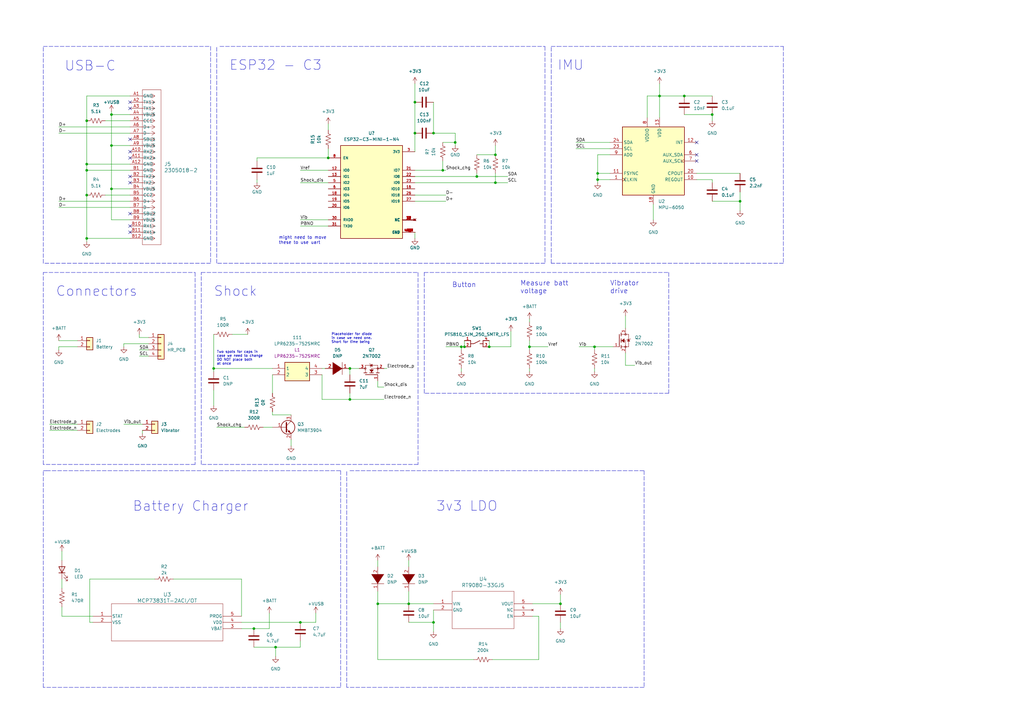
<source format=kicad_sch>
(kicad_sch (version 20231120) (generator "eeschema") (generator_version "8.0")
  (paper "A3")
  (junction (at 45.72 59.69))
  (junction (at 35.56 69.85))
  (junction (at 200.66 142.24))
  (junction (at 190.5 142.24))
  (junction (at 177.8 54.61))
  (junction (at 186.69 58.42))
  (junction (at 167.64 247.65))
  (junction (at 181.61 69.85))
  (junction (at 45.72 77.47))
  (junction (at 177.8 255.27))
  (junction (at 243.84 142.24))
  (junction (at 245.11 71.12))
  (junction (at 45.72 46.99))
  (junction (at 35.56 67.31))
  (junction (at 189.23 142.24))
  (junction (at 303.53 82.55))
  (junction (at 35.56 97.79))
  (junction (at 292.1 46.99))
  (junction (at 270.51 39.37))
  (junction (at 113.03 265.43))
  (junction (at 195.58 72.39))
  (junction (at 104.14 257.81))
  (junction (at 123.19 255.27))
  (junction (at 203.2 74.93))
  (junction (at 245.11 73.66))
  (junction (at 280.67 39.37))
  (junction (at 87.63 151.13))
  (junction (at 143.51 163.83))
  (junction (at 170.18 54.61))
  (junction (at 170.18 41.91))
  (junction (at 203.2 63.5))
  (junction (at 35.56 80.01))
  (junction (at 35.56 49.53))
  (junction (at 217.17 142.24))
  (junction (at 134.62 64.77))
  (junction (at 154.94 247.65))
  (junction (at 229.87 247.65))
  (junction (at 143.51 151.13))
  (no_connect (at 53.34 74.93))
  (no_connect (at 285.75 58.42))
  (no_connect (at 53.34 64.77))
  (no_connect (at 285.75 66.04))
  (no_connect (at 53.34 57.15))
  (no_connect (at 53.34 62.23))
  (no_connect (at 53.34 72.39))
  (no_connect (at 53.34 95.25))
  (no_connect (at 285.75 63.5))
  (no_connect (at 53.34 92.71))
  (no_connect (at 53.34 41.91))
  (no_connect (at 53.34 87.63))
  (no_connect (at 53.34 44.45))
  (wire (pts (xy 36.83 255.27) (xy 36.83 237.49)))
  (wire (pts (xy 111.76 170.18) (xy 119.38 170.18)))
  (wire (pts (xy 270.51 39.37) (xy 280.67 39.37)))
  (polyline (pts (xy 82.55 190.5) (xy 82.55 111.76)) (stroke (width 0) (type dash)))
  (wire (pts (xy 229.87 243.84) (xy 229.87 247.65)))
  (wire (pts (xy 123.19 74.93) (xy 134.62 74.93)))
  (polyline (pts (xy 171.45 111.76) (xy 171.45 190.5)) (stroke (width 0) (type dash)))
  (wire (pts (xy 35.56 67.31) (xy 35.56 69.85)))
  (wire (pts (xy 31.75 142.24) (xy 24.13 142.24)))
  (wire (pts (xy 243.84 151.13) (xy 243.84 152.4)))
  (wire (pts (xy 250.19 71.12) (xy 245.11 71.12)))
  (wire (pts (xy 303.53 78.74) (xy 303.53 82.55)))
  (wire (pts (xy 256.54 129.54) (xy 256.54 134.62)))
  (wire (pts (xy 53.34 39.37) (xy 35.56 39.37)))
  (wire (pts (xy 87.63 151.13) (xy 111.76 151.13)))
  (wire (pts (xy 143.51 161.29) (xy 143.51 163.83)))
  (wire (pts (xy 24.13 82.55) (xy 53.34 82.55)))
  (wire (pts (xy 143.51 151.13) (xy 143.51 153.67)))
  (polyline (pts (xy 17.78 107.95) (xy 17.78 19.05)) (stroke (width 0) (type dash)))
  (wire (pts (xy 170.18 69.85) (xy 181.61 69.85)))
  (polyline (pts (xy 86.36 107.95) (xy 17.78 107.95)) (stroke (width 0) (type dash)))
  (polyline (pts (xy 139.7 281.94) (xy 17.78 281.94)) (stroke (width 0) (type dash)))
  (wire (pts (xy 270.51 34.29) (xy 270.51 39.37)))
  (wire (pts (xy 24.13 85.09) (xy 53.34 85.09)))
  (wire (pts (xy 38.1 255.27) (xy 36.83 255.27)))
  (wire (pts (xy 170.18 34.29) (xy 170.18 41.91)))
  (wire (pts (xy 154.94 242.57) (xy 154.94 247.65)))
  (polyline (pts (xy 139.7 193.04) (xy 139.7 281.94)) (stroke (width 0) (type dash)))
  (wire (pts (xy 170.18 41.91) (xy 170.18 54.61)))
  (wire (pts (xy 24.13 54.61) (xy 53.34 54.61)))
  (wire (pts (xy 177.8 255.27) (xy 177.8 259.08)))
  (wire (pts (xy 217.17 130.81) (xy 217.17 132.08)))
  (wire (pts (xy 57.15 137.16) (xy 57.15 138.43)))
  (polyline (pts (xy 82.55 111.76) (xy 171.45 111.76)) (stroke (width 0) (type dash)))
  (wire (pts (xy 105.41 64.77) (xy 134.62 64.77)))
  (wire (pts (xy 45.72 45.72) (xy 45.72 46.99)))
  (wire (pts (xy 35.56 49.53) (xy 35.56 67.31)))
  (polyline (pts (xy 226.06 107.95) (xy 226.06 19.05)) (stroke (width 0) (type dash)))
  (wire (pts (xy 189.23 143.51) (xy 189.23 142.24)))
  (wire (pts (xy 203.2 71.12) (xy 203.2 74.93)))
  (polyline (pts (xy 173.99 111.76) (xy 274.32 111.76)) (stroke (width 0) (type dash)))
  (wire (pts (xy 229.87 255.27) (xy 229.87 257.81)))
  (wire (pts (xy 186.69 58.42) (xy 186.69 59.69)))
  (wire (pts (xy 170.18 74.93) (xy 203.2 74.93)))
  (polyline (pts (xy 17.78 111.76) (xy 80.01 111.76)) (stroke (width 0) (type dash)))
  (wire (pts (xy 104.14 257.81) (xy 110.49 257.81)))
  (wire (pts (xy 182.88 142.24) (xy 189.23 142.24)))
  (wire (pts (xy 87.63 160.02) (xy 87.63 166.37)))
  (polyline (pts (xy 223.52 19.05) (xy 223.52 107.95)) (stroke (width 0) (type dash)))
  (wire (pts (xy 123.19 92.71) (xy 134.62 92.71)))
  (wire (pts (xy 217.17 142.24) (xy 217.17 143.51)))
  (polyline (pts (xy 274.32 161.29) (xy 173.99 161.29)) (stroke (width 0) (type dash)))
  (wire (pts (xy 45.72 90.17) (xy 45.72 77.47)))
  (wire (pts (xy 256.54 144.78) (xy 256.54 149.86)))
  (wire (pts (xy 181.61 58.42) (xy 186.69 58.42)))
  (wire (pts (xy 167.64 242.57) (xy 167.64 247.65)))
  (wire (pts (xy 60.96 140.97) (xy 50.8 140.97)))
  (polyline (pts (xy 17.78 193.04) (xy 19.05 193.04)) (stroke (width 0) (type dash)))
  (wire (pts (xy 236.22 60.96) (xy 250.19 60.96)))
  (wire (pts (xy 181.61 66.04) (xy 181.61 69.85)))
  (wire (pts (xy 35.56 67.31) (xy 53.34 67.31)))
  (wire (pts (xy 132.08 151.13) (xy 133.35 151.13)))
  (wire (pts (xy 189.23 151.13) (xy 189.23 152.4)))
  (wire (pts (xy 292.1 82.55) (xy 303.53 82.55)))
  (wire (pts (xy 245.11 73.66) (xy 245.11 74.93)))
  (wire (pts (xy 170.18 95.25) (xy 170.18 97.79)))
  (wire (pts (xy 218.44 247.65) (xy 229.87 247.65)))
  (wire (pts (xy 24.13 139.7) (xy 31.75 139.7)))
  (wire (pts (xy 24.13 142.24) (xy 24.13 143.51)))
  (wire (pts (xy 35.56 97.79) (xy 35.56 99.06)))
  (wire (pts (xy 245.11 73.66) (xy 250.19 73.66)))
  (wire (pts (xy 154.94 270.51) (xy 154.94 247.65)))
  (wire (pts (xy 220.98 252.73) (xy 218.44 252.73)))
  (wire (pts (xy 53.34 90.17) (xy 45.72 90.17)))
  (wire (pts (xy 57.15 143.51) (xy 60.96 143.51)))
  (polyline (pts (xy 228.6 19.05) (xy 321.31 19.05)) (stroke (width 0) (type dash)))
  (wire (pts (xy 265.43 39.37) (xy 270.51 39.37)))
  (wire (pts (xy 99.06 252.73) (xy 99.06 237.49)))
  (wire (pts (xy 220.98 270.51) (xy 220.98 252.73)))
  (wire (pts (xy 245.11 63.5) (xy 245.11 71.12)))
  (wire (pts (xy 99.06 237.49) (xy 71.12 237.49)))
  (wire (pts (xy 154.94 158.75) (xy 157.48 158.75)))
  (wire (pts (xy 45.72 77.47) (xy 53.34 77.47)))
  (wire (pts (xy 195.58 72.39) (xy 208.28 72.39)))
  (wire (pts (xy 167.64 229.87) (xy 167.64 232.41)))
  (polyline (pts (xy 142.24 281.94) (xy 142.24 193.04)) (stroke (width 0) (type dash)))
  (wire (pts (xy 35.56 69.85) (xy 53.34 69.85)))
  (wire (pts (xy 105.41 73.66) (xy 105.41 74.93)))
  (wire (pts (xy 203.2 74.93) (xy 208.28 74.93)))
  (wire (pts (xy 110.49 251.46) (xy 110.49 257.81)))
  (wire (pts (xy 237.49 142.24) (xy 243.84 142.24)))
  (wire (pts (xy 143.51 151.13) (xy 147.32 151.13)))
  (wire (pts (xy 57.15 146.05) (xy 60.96 146.05)))
  (wire (pts (xy 119.38 180.34) (xy 119.38 182.88)))
  (wire (pts (xy 170.18 82.55) (xy 182.88 82.55)))
  (wire (pts (xy 24.13 52.07) (xy 53.34 52.07)))
  (wire (pts (xy 243.84 143.51) (xy 243.84 142.24)))
  (wire (pts (xy 270.51 39.37) (xy 270.51 48.26)))
  (wire (pts (xy 285.75 71.12) (xy 303.53 71.12)))
  (wire (pts (xy 256.54 149.86) (xy 260.35 149.86)))
  (wire (pts (xy 303.53 82.55) (xy 303.53 86.36)))
  (wire (pts (xy 45.72 46.99) (xy 45.72 59.69)))
  (wire (pts (xy 99.06 257.81) (xy 104.14 257.81)))
  (wire (pts (xy 154.94 229.87) (xy 154.94 232.41)))
  (wire (pts (xy 20.32 173.99) (xy 31.75 173.99)))
  (wire (pts (xy 177.8 41.91) (xy 177.8 54.61)))
  (wire (pts (xy 190.5 139.7) (xy 190.5 142.24)))
  (wire (pts (xy 20.32 176.53) (xy 31.75 176.53)))
  (wire (pts (xy 57.15 138.43) (xy 60.96 138.43)))
  (polyline (pts (xy 264.16 281.94) (xy 142.24 281.94)) (stroke (width 0) (type dash)))
  (wire (pts (xy 50.8 173.99) (xy 58.42 173.99)))
  (wire (pts (xy 167.64 247.65) (xy 154.94 247.65)))
  (polyline (pts (xy 88.9 107.95) (xy 88.9 19.05)) (stroke (width 0) (type dash)))
  (wire (pts (xy 177.8 54.61) (xy 186.69 54.61)))
  (wire (pts (xy 134.62 60.96) (xy 134.62 64.77)))
  (wire (pts (xy 123.19 265.43) (xy 123.19 262.89)))
  (wire (pts (xy 132.08 163.83) (xy 143.51 163.83)))
  (wire (pts (xy 113.03 265.43) (xy 113.03 269.24)))
  (polyline (pts (xy 264.16 193.04) (xy 264.16 281.94)) (stroke (width 0) (type dash)))
  (polyline (pts (xy 223.52 107.95) (xy 88.9 107.95)) (stroke (width 0) (type dash)))
  (wire (pts (xy 157.48 151.13) (xy 158.75 151.13)))
  (wire (pts (xy 111.76 153.67) (xy 111.76 161.29)))
  (wire (pts (xy 132.08 153.67) (xy 132.08 163.83)))
  (wire (pts (xy 53.34 59.69) (xy 45.72 59.69)))
  (wire (pts (xy 170.18 72.39) (xy 195.58 72.39)))
  (wire (pts (xy 177.8 250.19) (xy 177.8 255.27)))
  (wire (pts (xy 201.93 270.51) (xy 220.98 270.51)))
  (wire (pts (xy 105.41 64.77) (xy 105.41 66.04)))
  (polyline (pts (xy 143.51 193.04) (xy 264.16 193.04)) (stroke (width 0) (type dash)))
  (wire (pts (xy 203.2 59.69) (xy 203.2 63.5)))
  (wire (pts (xy 43.18 49.53) (xy 53.34 49.53)))
  (polyline (pts (xy 80.01 111.76) (xy 80.01 190.5)) (stroke (width 0) (type dash)))
  (polyline (pts (xy 80.01 190.5) (xy 17.78 190.5)) (stroke (width 0) (type dash)))
  (wire (pts (xy 189.23 142.24) (xy 190.5 142.24)))
  (wire (pts (xy 25.4 252.73) (xy 38.1 252.73)))
  (wire (pts (xy 154.94 156.21) (xy 154.94 158.75)))
  (wire (pts (xy 285.75 73.66) (xy 292.1 73.66)))
  (wire (pts (xy 101.6 137.16) (xy 95.25 137.16)))
  (wire (pts (xy 53.34 46.99) (xy 45.72 46.99)))
  (wire (pts (xy 99.06 255.27) (xy 123.19 255.27)))
  (wire (pts (xy 123.19 90.17) (xy 134.62 90.17)))
  (wire (pts (xy 267.97 83.82) (xy 267.97 90.17)))
  (polyline (pts (xy 321.31 19.05) (xy 321.31 107.95)) (stroke (width 0) (type dash)))
  (polyline (pts (xy 173.99 161.29) (xy 173.99 111.76)) (stroke (width 0) (type dash)))
  (wire (pts (xy 123.19 69.85) (xy 134.62 69.85)))
  (wire (pts (xy 87.63 137.16) (xy 87.63 151.13)))
  (polyline (pts (xy 171.45 190.5) (xy 82.55 190.5)) (stroke (width 0) (type dash)))
  (wire (pts (xy 58.42 176.53) (xy 58.42 177.8)))
  (polyline (pts (xy 17.78 19.05) (xy 86.36 19.05)) (stroke (width 0) (type dash)))
  (polyline (pts (xy 226.06 19.05) (xy 228.6 19.05)) (stroke (width 0) (type dash)))
  (wire (pts (xy 217.17 151.13) (xy 217.17 152.4)))
  (wire (pts (xy 217.17 139.7) (xy 217.17 142.24)))
  (wire (pts (xy 280.67 39.37) (xy 292.1 39.37)))
  (polyline (pts (xy 19.05 193.04) (xy 139.7 193.04)) (stroke (width 0) (type dash)))
  (wire (pts (xy 250.19 63.5) (xy 245.11 63.5)))
  (wire (pts (xy 104.14 265.43) (xy 113.03 265.43)))
  (wire (pts (xy 111.76 168.91) (xy 111.76 170.18)))
  (polyline (pts (xy 90.17 19.05) (xy 223.52 19.05)) (stroke (width 0) (type dash)))
  (wire (pts (xy 209.55 135.89) (xy 209.55 142.24)))
  (wire (pts (xy 170.18 80.01) (xy 182.88 80.01)))
  (wire (pts (xy 292.1 46.99) (xy 292.1 49.53)))
  (wire (pts (xy 35.56 80.01) (xy 35.56 97.79)))
  (wire (pts (xy 170.18 54.61) (xy 170.18 62.23)))
  (wire (pts (xy 143.51 163.83) (xy 157.48 163.83)))
  (wire (pts (xy 25.4 226.06) (xy 25.4 229.87)))
  (wire (pts (xy 113.03 265.43) (xy 123.19 265.43)))
  (polyline (pts (xy 17.78 190.5) (xy 17.78 111.76)) (stroke (width 0) (type dash)))
  (polyline (pts (xy 274.32 111.76) (xy 274.32 161.29)) (stroke (width 0) (type dash)))
  (wire (pts (xy 200.66 142.24) (xy 209.55 142.24)))
  (polyline (pts (xy 86.36 19.05) (xy 86.36 107.95)) (stroke (width 0) (type dash)))
  (wire (pts (xy 134.62 50.8) (xy 134.62 53.34)))
  (wire (pts (xy 194.31 270.51) (xy 154.94 270.51)))
  (wire (pts (xy 129.54 251.46) (xy 129.54 255.27)))
  (wire (pts (xy 88.9 175.26) (xy 100.33 175.26)))
  (wire (pts (xy 280.67 46.99) (xy 292.1 46.99)))
  (wire (pts (xy 167.64 255.27) (xy 177.8 255.27)))
  (wire (pts (xy 50.8 140.97) (xy 50.8 142.24)))
  (wire (pts (xy 195.58 71.12) (xy 195.58 72.39)))
  (wire (pts (xy 243.84 142.24) (xy 251.46 142.24)))
  (wire (pts (xy 217.17 142.24) (xy 224.79 142.24)))
  (wire (pts (xy 35.56 39.37) (xy 35.56 49.53)))
  (wire (pts (xy 36.83 237.49) (xy 63.5 237.49)))
  (wire (pts (xy 200.66 139.7) (xy 200.66 142.24)))
  (wire (pts (xy 181.61 69.85) (xy 182.88 69.85)))
  (wire (pts (xy 107.95 175.26) (xy 111.76 175.26)))
  (wire (pts (xy 35.56 97.79) (xy 53.34 97.79)))
  (wire (pts (xy 236.22 58.42) (xy 250.19 58.42)))
  (wire (pts (xy 87.63 151.13) (xy 87.63 152.4)))
  (wire (pts (xy 292.1 73.66) (xy 292.1 74.93)))
  (wire (pts (xy 35.56 69.85) (xy 35.56 80.01)))
  (wire (pts (xy 129.54 255.27) (xy 123.19 255.27)))
  (polyline (pts (xy 17.78 281.94) (xy 17.78 193.04)) (stroke (width 0) (type dash)))
  (wire (pts (xy 25.4 248.92) (xy 25.4 252.73)))
  (polyline (pts (xy 321.31 107.95) (xy 226.06 107.95)) (stroke (width 0) (type dash)))
  (wire (pts (xy 186.69 54.61) (xy 186.69 58.42)))
  (wire (pts (xy 265.43 48.26) (xy 265.43 39.37)))
  (wire (pts (xy 25.4 237.49) (xy 25.4 241.3)))
  (wire (pts (xy 45.72 59.69) (xy 45.72 77.47)))
  (wire (pts (xy 195.58 63.5) (xy 203.2 63.5)))
  (wire (pts (xy 43.18 80.01) (xy 53.34 80.01)))
  (wire (pts (xy 245.11 71.12) (xy 245.11 73.66)))
  (wire (pts (xy 167.64 247.65) (xy 177.8 247.65)))
  (text "Two spots for caps in\ncase we need to change\nDO NOT place both\nat once" (at 88.9 149.86 0) (effects (font (size 1 1)) (justify left bottom)))
  (text "Vibrator\ndrive" (at 250.19 120.65 0) (effects (font (size 2 2)) (justify left bottom)))
  (text "might need to move\nthese to use uart" (at 114.3 100.33 0) (effects (font (size 1.27 1.27)) (justify left bottom)))
  (text "Connectors" (at 22.86 121.92 0) (effects (font (size 4 4)) (justify left bottom)))
  (text "IMU" (at 228.6 29.21 0) (effects (font (size 4 4)) (justify left bottom)))
  (text "Battery Charger" (at 54.356 210.058 0) (effects (font (size 4 4)) (justify left bottom)))
  (text "Measure batt\nvoltage" (at 213.36 120.65 0) (effects (font (size 2 2)) (justify left bottom)))
  (text "USB-C" (at 26.416 29.464 0) (effects (font (size 4 4)) (justify left bottom)))
  (text "Placeholder for diode\nin case we need one.\nShort for time being" (at 135.89 140.97 0) (effects (font (size 1 1)) (justify left bottom)))
  (text "Button" (at 185.42 118.11 0) (effects (font (size 2 2)) (justify left bottom)))
  (text "Shock\n" (at 87.63 121.92 0) (effects (font (size 4 4)) (justify left bottom)))
  (text "ESP32 - C3" (at 93.98 29.21 0) (effects (font (size 4 4)) (justify left bottom)))
  (text "3v3 LDO" (at 178.816 210.058 0) (effects (font (size 4 4)) (justify left bottom)))
  (label "Electrode_p" (at 158.75 151.13 0))
  (label "D-" (at 24.13 54.61 0))
  (label "Vib" (at 237.49 142.24 0))
  (label "Shock_chg" (at 88.9 175.26 0))
  (label "SDA" (at 57.15 143.51 0))
  (label "Electrode_n" (at 157.48 163.83 0))
  (label "Vib_out" (at 260.35 149.86 0))
  (label "Shock_dis" (at 123.19 74.93 0))
  (label "D-" (at 24.13 85.09 0))
  (label "SDA" (at 208.28 72.39 0))
  (label "PBNO" (at 182.88 142.24 0))
  (label "D-" (at 182.88 80.01 0))
  (label "Vib_out" (at 50.8 173.99 0))
  (label "PBNO" (at 123.19 92.71 0))
  (label "D+" (at 24.13 52.07 0))
  (label "Electrode_p" (at 20.32 173.99 0))
  (label "Vref" (at 224.79 142.24 0))
  (label "SDA" (at 236.22 58.42 0))
  (label "D+" (at 24.13 82.55 0))
  (label "Vref" (at 123.19 69.85 0))
  (label "Electrode_n" (at 20.32 176.53 0))
  (label "SCL" (at 57.15 146.05 0))
  (label "SCL" (at 236.22 60.96 0))
  (label "Vib" (at 123.19 90.17 0))
  (label "SCL" (at 208.28 74.93 0))
  (label "Shock_chg" (at 182.88 69.85 0))
  (label "Shock_dis" (at 157.48 158.75 0))
  (label "D+" (at 182.88 82.55 0))
  (symbol (lib_id "power:GND") (at 170.18 97.79 0) (unit 1)
    (property "Reference" "#PWR?" (effects (hide yes)))
    (property "Value" "GND" (at 170.18 101.6 0))
  )
  (symbol (lib_id "Device:C") (at 167.64 251.46 0) (unit 1)
    (property "Reference" "C8" (at 171.45 250.1899 0) (effects (justify left)))
    (property "Value" "10uF" (at 171.45 252.7299 0) (effects (justify left)))
    (property "Footprint" "Capacitor_SMD:C_0603_1608Metric" (effects (hide yes)))
  )
  (symbol (lib_id "Connector_Generic:Conn_01x02") (at 36.83 173.99 0) (unit 1)
    (property "Reference" "J2" (at 39.37 173.9899 0) (effects (justify left)))
    (property "Value" "Electrodes" (at 39.37 176.5299 0) (effects (justify left)))
    (property "Footprint" "Connector_PinHeader_2.54mm:PinHeader_1x02_P2.54mm_Vertical" (effects (hide yes)))
  )
  (symbol (lib_id "Device:R_US") (at 39.37 80.01 270) (unit 1)
    (property "Reference" "R4" (at 39.37 73.66 90))
    (property "Value" "5.1k" (at 39.37 76.2 90))
    (property "Footprint" "Resistor_SMD:R_0603_1608Metric" (effects (hide yes)))
  )
  (symbol (lib_id "Device:R_US") (at 104.14 175.26 270) (unit 1)
    (property "Reference" "R12" (at 104.14 168.91 90))
    (property "Value" "300R" (at 104.14 171.45 90))
    (property "Footprint" "Resistor_SMD:R_0603_1608Metric" (effects (hide yes)))
  )
  (symbol (lib_id "Device:C") (at 123.19 259.08 0) (unit 1)
    (property "Reference" "C7" (at 128.27 257.8099 0) (effects (justify left)))
    (property "Value" "4.7uF" (at 128.27 260.3499 0) (effects (justify left)))
    (property "Footprint" "Capacitor_SMD:C_0603_1608Metric" (effects (hide yes)))
  )
  (symbol (lib_id "power:GND") (at 189.23 152.4 0) (unit 1)
    (property "Reference" "#PWR014" (effects (hide yes)))
    (property "Value" "GND" (at 189.23 157.48 0))
  )
  (symbol (lib_id "Device:R_US") (at 134.62 57.15 0) (unit 1)
    (property "Reference" "R15" (at 128.27 57.15 90))
    (property "Value" "10k" (at 130.81 57.15 90))
    (property "Footprint" "Resistor_SMD:R_0603_1608Metric" (effects (hide yes)))
  )
  (symbol (lib_id "power:+BATT") (at 167.64 229.87 0) (unit 1)
    (property "Reference" "#PWR030" (effects (hide yes)))
    (property "Value" "+VUSB" (at 167.64 226.06 0))
  )
  (symbol (lib_id "Transistor_BJT:MMBT3904") (at 116.84 175.26 0) (unit 1)
    (property "Reference" "Q3" (at 121.92 173.9899 0) (effects (justify left)))
    (property "Value" "MMBT3904" (at 121.92 176.5299 0) (effects (justify left)))
    (property "Footprint" "Package_TO_SOT_SMD:SOT-23" (effects (hide yes)))
    (property "Datasheet" "https://www.onsemi.com/pub/Collateral/2N3903-D.PDF" (effects (hide yes)))
  )
  (symbol (lib_id "power:+BATT") (at 154.94 229.87 0) (unit 1)
    (property "Reference" "#PWR029" (effects (hide yes)))
    (property "Value" "+BATT" (at 154.94 224.79 0))
  )
  (symbol (lib_id "power:GND") (at 58.42 177.8 0) (unit 1)
    (property "Reference" "#PWR06" (effects (hide yes)))
    (property "Value" "GND" (at 58.42 182.88 0))
  )
  (symbol (lib_id "Device:R_US") (at 25.4 245.11 0) (unit 1)
    (property "Reference" "R1" (at 29.21 243.8399 0) (effects (justify left)))
    (property "Value" "470R" (at 29.21 246.3799 0) (effects (justify left)))
    (property "Footprint" "Resistor_SMD:R_0603_1608Metric" (effects (hide yes)))
  )
  (symbol (lib_id "Sensor_Motion:MPU-6050") (at 267.97 66.04 0) (unit 1)
    (property "Reference" "U2" (at 269.9894 82.55 0) (effects (justify left)))
    (property "Value" "MPU-6050" (at 269.9894 85.09 0) (effects (justify left)))
    (property "Footprint" "Sensor_Motion:InvenSense_QFN-24_4x4mm_P0.5mm" (effects (hide yes)))
    (property "Datasheet" "https://store.invensense.com/datasheets/invensense/MPU-6050_DataSheet_V3%204.pdf" (effects (hide yes)))
  )
  (symbol (lib_id "Connector_Generic:Conn_01x02") (at 63.5 173.99 0) (unit 1)
    (property "Reference" "J3" (at 66.04 173.9899 0) (effects (justify left)))
    (property "Value" "Vibrator" (at 66.04 176.5299 0) (effects (justify left)))
    (property "Footprint" "Connector_PinHeader_2.54mm:PinHeader_1x02_P2.54mm_Vertical" (effects (hide yes)))
  )
  (symbol (lib_id "Device:R_US") (at 243.84 147.32 180) (unit 1)
    (property "Reference" "R11" (at 246.38 146.0499 0) (effects (justify right)))
    (property "Value" "10k" (at 246.38 148.5899 0) (effects (justify right)))
    (property "Footprint" "Resistor_SMD:R_0603_1608Metric" (effects (hide yes)))
  )
  (symbol (lib_id "power:+3V3") (at 256.54 129.54 0) (unit 1)
    (property "Reference" "#PWR024" (effects (hide yes)))
    (property "Value" "+3V3" (at 256.54 124.46 0))
  )
  (symbol (lib_id "Device:C") (at 229.87 251.46 0) (unit 1)
    (property "Reference" "C9" (at 233.68 250.1899 0) (effects (justify left)))
    (property "Value" "10uF" (at 233.68 252.7299 0) (effects (justify left)))
    (property "Footprint" "Capacitor_SMD:C_0603_1608Metric" (effects (hide yes)))
  )
  (symbol (lib_id "Device:LED") (at 25.4 233.68 90) (unit 1)
    (property "Reference" "D1" (at 30.48 233.9974 90) (effects (justify right)))
    (property "Value" "LED" (at 30.48 236.5374 90) (effects (justify right)))
    (property "Footprint" "LED_SMD:LED_0603_1608Metric" (effects (hide yes)))
  )
  (symbol (lib_id "pspice:DIODE") (at 167.64 237.49 270) (unit 1)
    (property "Reference" "D3" (at 171.45 236.2199 90) (effects (justify left)))
    (property "Value" "DNP" (at 171.45 238.7599 90) (effects (justify left)))
    (property "Footprint" "Diode_SMD:D_SOD-123" (effects (hide yes)))
  )
  (symbol (lib_id "Device:C") (at 143.51 157.48 0) (unit 1)
    (property "Reference" "C11" (at 147.32 156.2099 0) (effects (justify left)))
    (property "Value" "?uF" (at 147.32 158.7499 0) (effects (justify left)))
    (property "Footprint" "Capacitor_SMD:C_0603_1608Metric" (effects (hide yes)))
  )
  (symbol (lib_id "power:GND") (at 119.38 182.88 0) (unit 1)
    (property "Reference" "#PWR0101" (effects (hide yes)))
    (property "Value" "GND" (at 119.38 187.96 0))
  )
  (symbol (lib_id "2N7002:2N7002") (at 152.4 153.67 90) (unit 1)
    (property "Reference" "Q?" (at 152.4 143.51 90))
    (property "Value" "2N7002" (at 152.4 146.05 90))
    (property "Footprint" "2N7002:SOT95P240X111-3N" (effects (hide yes)))
    (property "MF" "ON Semiconductor" (effects (hide yes)))
    (property "MAXIMUM_PACKAGE_HEIGHT" "1.11 mm" (effects (hide yes)))
    (property "Package" "SOT-23-3 ON Semiconductor" (effects (hide yes)))
    (property "Price" "None" (effects (hide yes)))
    (property "Check_prices" "https://www.snapeda.com/parts/2N7002/Onsemi/view-part/?ref=eda" (effects (hide yes)))
    (property "STANDARD" "IPC 7351B" (effects (hide yes)))
    (property "PARTREV" "4" (effects (hide yes)))
    (property "SnapEDA_Link" "https://www.snapeda.com/parts/2N7002/Onsemi/view-part/?ref=snap" (effects (hide yes)))
    (property "MP" "2N7002" (effects (hide yes)))
    (property "Description" "\nMosfet Array 2 N-Channel (Dual) 60V 300mA 500mW Surface Mount PG-SOT363-6\n" (effects (hide yes)))
    (property "Availability" "In Stock" (effects (hide yes)))
    (property "MANUFACTURER" "ON Semiconductor" (effects (hide yes)))
  )
  (symbol (lib_id "power:GND") (at 35.56 99.06 0) (unit 1)
    (property "Reference" "#PWR028" (effects (hide yes)))
    (property "Value" "GND" (at 35.56 104.14 0))
  )
  (symbol (lib_id "power:+3V3") (at 134.62 50.8 0) (unit 1)
    (property "Reference" "#PWR035" (effects (hide yes)))
    (property "Value" "+3V3" (at 134.62 45.72 0))
  )
  (symbol (lib_id "power:GND") (at 50.8 142.24 0) (unit 1)
    (property "Reference" "#PWR04" (effects (hide yes)))
    (property "Value" "GND" (at 50.8 147.32 0))
  )
  (symbol (lib_id "Connector_Generic:Conn_01x04") (at 66.04 140.97 0) (unit 1)
    (property "Reference" "J4" (at 68.58 140.9699 0) (effects (justify left)))
    (property "Value" "HR_PCB" (at 68.58 143.5099 0) (effects (justify left)))
    (property "Footprint" "Connector_PinHeader_2.54mm:PinHeader_1x04_P2.54mm_Vertical" (effects (hide yes)))
  )
  (symbol (lib_id "Device:R_US") (at 195.58 67.31 180) (unit 1)
    (property "Reference" "R6" (at 198.12 66.0399 0) (effects (justify right)))
    (property "Value" "10k" (at 198.12 68.5799 0) (effects (justify right)))
    (property "Footprint" "Resistor_SMD:R_0603_1608Metric" (effects (hide yes)))
  )
  (symbol (lib_id "2024-03-31_17-26-03:MCP73831T-2ACI_OT") (at 38.1 252.73 0) (unit 1)
    (property "Reference" "U3" (at 68.58 243.84 0) (effects (font (size 1.524 1.524))))
    (property "Value" "MCP73831T-2ACI/OT" (at 68.58 246.38 0) (effects (font (size 1.524 1.524))))
    (property "Footprint" "SOT-23-5_MC_MCH" (effects (hide yes)))
    (property "Datasheet" "MCP73831T-2ACI/OT" (effects (hide yes)))
  )
  (symbol (lib_id "power:+3V3") (at 57.15 137.16 0) (unit 1)
    (property "Reference" "#PWR05" (effects (hide yes)))
    (property "Value" "+3V3" (at 57.15 132.08 0))
  )
  (symbol (lib_id "power:+3V3") (at 170.18 34.29 0) (unit 1)
    (property "Reference" "#PWR034" (effects (hide yes)))
    (property "Value" "+3V3" (at 170.18 29.21 0))
  )
  (symbol (lib_id "Device:C") (at 303.53 74.93 0) (unit 1)
    (property "Reference" "C5" (at 307.34 73.6599 0) (effects (justify left)))
    (property "Value" "2.2nF" (at 307.34 76.1999 0) (effects (justify left)))
    (property "Footprint" "Capacitor_SMD:C_0603_1608Metric" (effects (hide yes)))
  )
  (symbol (lib_id "Device:C") (at 173.99 41.91 90) (unit 1)
    (property "Reference" "C12" (at 173.99 34.29 90))
    (property "Value" "10uF" (at 173.99 36.83 90))
    (property "Footprint" "Capacitor_SMD:C_0603_1608Metric" (effects (hide yes)))
  )
  (symbol (lib_id "power:GND") (at 243.84 152.4 0) (unit 1)
    (property "Reference" "#PWR021" (effects (hide yes)))
    (property "Value" "GND" (at 243.84 157.48 0))
  )
  (symbol (lib_id "Device:R_US") (at 67.31 237.49 90) (unit 1)
    (property "Reference" "R2" (at 67.31 232.41 90))
    (property "Value" "2k" (at 67.31 234.95 90))
    (property "Footprint" "Resistor_SMD:R_0603_1608Metric" (effects (hide yes)))
  )
  (symbol (lib_id "power:+BATT") (at 24.13 139.7 0) (unit 1)
    (property "Reference" "#PWR01" (effects (hide yes)))
    (property "Value" "+BATT" (at 24.13 134.62 0))
  )
  (symbol (lib_id "LPR6235-752SMRC:LPR6235-752SMRC") (at 111.76 151.13 0) (unit 1)
    (property "Reference" "111" (at 121.92 138.43 0))
    (property "Value" "LPR6235-752SMRC" (at 121.92 140.97 0))
    (property "Footprint" "KiCad:LPR6235_1" (effects (hide yes)))
    (property "Reference_1" "L1" (at 121.92 143.51 0))
    (property "Value_1" "LPR6235-752SMRC" (at 121.92 146.05 0))
    (property "Footprint_1" "LPR6235_1" (effects (hide yes)))
    (property "Datasheet_1" "http://www.coilcraft.com/pdfs/lpr6235.pdf" (effects (hide yes)))
    (property "Mouser Part Number" "994-LPR6235-752SMRC" (effects (hide yes)))
    (property "Mouser Price/Stock" "https://www.mouser.co.uk/ProductDetail/Coilcraft/LPR6235-752SMRC?qs=pjml9%2F2fuKXVkM1flais7g%3D%3D" (effects (hide yes)))
    (property "Manufacturer_Name" "COILCRAFT" (effects (hide yes)))
    (property "Manufacturer_Part_Number" "LPR6235-752SMRC" (effects (hide yes)))
  )
  (symbol (lib_id "power:+3V3") (at 209.55 135.89 0) (unit 1)
    (property "Reference" "#PWR016" (effects (hide yes)))
    (property "Value" "+3V3" (at 209.55 130.81 0))
  )
  (symbol (lib_id "power:GND") (at 303.53 86.36 0) (unit 1)
    (property "Reference" "#PWR023" (effects (hide yes)))
    (property "Value" "GND" (at 303.53 91.44 0))
  )
  (symbol (lib_id "Device:R_US") (at 91.44 137.16 270) (unit 1)
    (property "Reference" "R5" (at 91.44 130.81 90))
    (property "Value" "100R" (at 91.44 133.35 90))
    (property "Footprint" "Resistor_SMD:R_0603_1608Metric" (effects (hide yes)))
  )
  (symbol (lib_id "power:GND") (at 24.13 143.51 0) (unit 1)
    (property "Reference" "#PWR02" (effects (hide yes)))
    (property "Value" "GND" (at 24.13 148.59 0))
  )
  (symbol (lib_id "2024-03-31_18-03-44:RT9080-33GJ5") (at 177.8 247.65 0) (unit 1)
    (property "Reference" "U4" (at 198.12 237.49 0) (effects (font (size 1.524 1.524))))
    (property "Value" "RT9080-33GJ5" (at 198.12 240.03 0) (effects (font (size 1.524 1.524))))
    (property "Footprint" "TSOT-23-5_RIT" (effects (hide yes)))
    (property "Datasheet" "RT9080-33GJ5" (effects (hide yes)))
  )
  (symbol (lib_id "Connector_Generic:Conn_01x02") (at 36.83 139.7 0) (unit 1)
    (property "Reference" "J1" (at 39.37 139.6999 0) (effects (justify left)))
    (property "Value" "Battery" (at 39.37 142.2399 0) (effects (justify left)))
    (property "Footprint" "Connector_PinHeader_2.54mm:PinHeader_1x02_P2.54mm_Vertical" (effects (hide yes)))
  )
  (symbol (lib_id "power:+3V3") (at 101.6 137.16 0) (unit 1)
    (property "Reference" "#PWR09" (effects (hide yes)))
    (property "Value" "+3V3" (at 101.6 132.08 0))
  )
  (symbol (lib_id "Device:R_US") (at 217.17 135.89 180) (unit 1)
    (property "Reference" "R9" (at 219.71 134.6199 0) (effects (justify right)))
    (property "Value" "100k" (at 219.71 137.1599 0) (effects (justify right)))
    (property "Footprint" "Resistor_SMD:R_0603_1608Metric" (effects (hide yes)))
  )
  (symbol (lib_id "Device:C") (at 292.1 43.18 0) (unit 1)
    (property "Reference" "C3" (at 295.91 41.9099 0) (effects (justify left)))
    (property "Value" "0.1uF" (at 295.91 44.4499 0) (effects (justify left)))
    (property "Footprint" "Capacitor_SMD:C_0603_1608Metric" (effects (hide yes)))
  )
  (symbol (lib_id "power:GND") (at 245.11 74.93 0) (unit 1)
    (property "Reference" "#PWR015" (effects (hide yes)))
    (property "Value" "GND" (at 245.11 80.01 0))
  )
  (symbol (lib_id "Device:R_US") (at 39.37 49.53 270) (unit 1)
    (property "Reference" "R3" (at 39.37 43.18 90))
    (property "Value" "5.1k" (at 39.37 45.72 90))
    (property "Footprint" "Resistor_SMD:R_0603_1608Metric" (effects (hide yes)))
  )
  (symbol (lib_id "power:GND") (at 87.63 166.37 0) (unit 1)
    (property "Reference" "#PWR010" (effects (hide yes)))
    (property "Value" "GND" (at 87.63 171.45 0))
  )
  (symbol (lib_id "power:+3V3") (at 203.2 59.69 0) (unit 1)
    (property "Reference" "#PWR013" (effects (hide yes)))
    (property "Value" "+3V3" (at 203.2 54.61 0))
  )
  (symbol (lib_id "Device:R_US") (at 111.76 165.1 0) (unit 1)
    (property "Reference" "R13" (at 105.41 165.1 90))
    (property "Value" "0R" (at 107.95 165.1 90))
    (property "Footprint" "Resistor_SMD:R_0603_1608Metric" (effects (hide yes)))
  )
  (symbol (lib_id "pspice:DIODE") (at 154.94 237.49 270) (unit 1)
    (property "Reference" "D2" (at 158.75 236.2199 90) (effects (justify left)))
    (property "Value" "DNP" (at 158.75 238.7599 90) (effects (justify left)))
    (property "Footprint" "Diode_SMD:D_SOD-123" (effects (hide yes)))
  )
  (symbol (lib_id "pspice:DIODE") (at 138.43 151.13 0) (unit 1)
    (property "Reference" "D5" (at 138.43 143.51 0))
    (property "Value" "DNP" (at 138.43 146.05 0))
    (property "Footprint" "Diode_SMD:D_SOD-123" (effects (hide yes)))
  )
  (symbol (lib_id "power:GND") (at 267.97 90.17 0) (unit 1)
    (property "Reference" "#PWR019" (effects (hide yes)))
    (property "Value" "GND" (at 267.97 95.25 0))
  )
  (symbol (lib_id "Device:C") (at 292.1 78.74 0) (unit 1)
    (property "Reference" "C4" (at 295.91 77.4699 0) (effects (justify left)))
    (property "Value" "0.1uF" (at 295.91 80.0099 0) (effects (justify left)))
    (property "Footprint" "Capacitor_SMD:C_0603_1608Metric" (effects (hide yes)))
  )
  (symbol (lib_id "power:+BATT") (at 217.17 130.81 0) (unit 1)
    (property "Reference" "#PWR017" (effects (hide yes)))
    (property "Value" "+BATT" (at 217.17 125.73 0))
  )
  (symbol (lib_id "power:GND") (at 292.1 49.53 0) (unit 1)
    (property "Reference" "#PWR022" (effects (hide yes)))
    (property "Value" "GND" (at 292.1 54.61 0))
  )
  (symbol (lib_id "PTS810_SJM_250_SMTR_LFS:PTS810_SJM_250_SMTR_LFS") (at 195.58 139.7 0) (unit 1)
    (property "Reference" "SW1" (at 195.58 134.62 0))
    (property "Value" "PTS810_SJM_250_SMTR_LFS" (at 195.58 137.16 0))
    (property "Footprint" "PTS810_SJM_250_SMTR_LFS:SW_PTS810_SJM_250_SMTR_LFS" (effects (hide yes)))
    (property "MF" "C&K" (effects (hide yes)))
    (property "Description" "\nTactile Switch SPST-NO Top Actuated Surface Mount\n" (effects (hide yes)))
    (property "Package" "None" (effects (hide yes)))
    (property "Price" "None" (effects (hide yes)))
    (property "Check_prices" "https://www.snapeda.com/parts/PTS810%20SJM%20250%20SMTR%20LFS/C%2526K/view-part/?ref=eda" (effects (hide yes)))
    (property "STANDARD" "Manufacturer Recommendations" (effects (hide yes)))
    (property "SnapEDA_Link" "https://www.snapeda.com/parts/PTS810%20SJM%20250%20SMTR%20LFS/C%2526K/view-part/?ref=snap" (effects (hide yes)))
    (property "MP" "PTS810 SJM 250 SMTR LFS" (effects (hide yes)))
    (property "Purchase-URL" "https://www.snapeda.com/api/url_track_click_mouser/?unipart_id=522770&manufacturer=C&amp;K&part_name=PTS810 SJM 250 SMTR LFS&search_term=None" (effects (hide yes)))
    (property "Availability" "In Stock" (effects (hide yes)))
    (property "MANUFACTURER" "CnK" (effects (hide yes)))
  )
  (symbol (lib_id "power:+BATT") (at 129.54 251.46 0) (unit 1)
    (property "Reference" "#PWR011" (effects (hide yes)))
    (property "Value" "+VUSB" (at 129.54 247.65 0))
  )
  (symbol (lib_id "Device:C") (at 280.67 43.18 0) (unit 1)
    (property "Reference" "C2" (at 284.48 41.9099 0) (effects (justify left)))
    (property "Value" "10nF" (at 284.48 44.4499 0) (effects (justify left)))
    (property "Footprint" "Capacitor_SMD:C_0603_1608Metric" (effects (hide yes)))
  )
  (symbol (lib_id "2024-03-31_17-47-15:2305018-2") (at 53.34 39.37 0) (unit 1)
    (property "Reference" "J5" (at 67.31 67.3099 0) (effects (font (size 1.524 1.524)) (justify left)))
    (property "Value" "2305018-2" (at 67.31 69.8499 0) (effects (font (size 1.524 1.524)) (justify left)))
    (property "Footprint" "CONN_2305018-2_TEC" (effects (hide yes)))
    (property "Datasheet" "2305018-2" (effects (hide yes)))
  )
  (symbol (lib_id "ESP32-C3-MINI-1-N4:ESP32-C3-MINI-1-N4") (at 152.4 77.47 0) (unit 1)
    (property "Reference" "U?" (at 152.4 54.61 0))
    (property "Value" "ESP32-C3-MINI-1-N4" (at 152.4 57.15 0))
    (property "Footprint" "ESP32-C3-MINI-1-N4:XCVR_ESP32-C3-MINI-1-N4" (effects (hide yes)))
    (property "MF" "Espressif Systems" (effects (hide yes)))
    (property "MAXIMUM_PACKAGE_HEIGHT" "2.55mm" (effects (hide yes)))
    (property "Package" "SMD-53 Espressif Systems" (effects (hide yes)))
    (property "Price" "None" (effects (hide yes)))
    (property "Check_prices" "https://www.snapeda.com/parts/ESP32-C3-MINI-1-N4/Espressif+Systems/view-part/?ref=eda" (effects (hide yes)))
    (property "STANDARD" "Manufacturer Recommendations" (effects (hide yes)))
    (property "PARTREV" "v1.0" (effects (hide yes)))
    (property "SnapEDA_Link" "https://www.snapeda.com/parts/ESP32-C3-MINI-1-N4/Espressif+Systems/view-part/?ref=snap" (effects (hide yes)))
    (property "MP" "ESP32-C3-MINI-1-N4" (effects (hide yes)))
    (property "Purchase-URL" "https://www.snapeda.com/api/url_track_click_mouser/?unipart_id=5656579&manufacturer=Espressif Systems&part_name=ESP32-C3-MINI-1-N4&search_term=None" (effects (hide yes)))
    (property "Description" "\nBluetooth, WiFi 802.11b/g/n, Bluetooth v5.0 Transceiver Module 2.412GHz ~ 2.484GHz PCB Trace Surface Mount\n" (effects (hide yes)))
    (property "Availability" "In Stock" (effects (hide yes)))
    (property "MANUFACTURER" "Espressif Systems" (effects (hide yes)))
  )
  (symbol (lib_id "power:+3V3") (at 229.87 243.84 0) (unit 1)
    (property "Reference" "#PWR033" (effects (hide yes)))
    (property "Value" "+3V3" (at 229.87 238.76 0))
  )
  (symbol (lib_id "Device:C") (at 105.41 69.85 0) (unit 1)
    (property "Reference" "C10" (at 109.22 68.5799 0) (effects (justify left)))
    (property "Value" "1uF" (at 109.22 71.1199 0) (effects (justify left)))
    (property "Footprint" "Capacitor_SMD:C_0603_1608Metric" (effects (hide yes)))
  )
  (symbol (lib_id "power:GND") (at 177.8 259.08 0) (unit 1)
    (property "Reference" "#PWR031" (effects (hide yes)))
    (property "Value" "GND" (at 177.8 264.16 0))
  )
  (symbol (lib_id "power:+BATT") (at 25.4 226.06 0) (unit 1)
    (property "Reference" "#PWR026" (effects (hide yes)))
    (property "Value" "+VUSB" (at 25.4 222.25 0))
  )
  (symbol (lib_id "power:GND") (at 217.17 152.4 0) (unit 1)
    (property "Reference" "#PWR018" (effects (hide yes)))
    (property "Value" "GND" (at 217.17 157.48 0))
  )
  (symbol (lib_id "power:GND") (at 105.41 74.93 0) (unit 1)
    (property "Reference" "#PWR036" (effects (hide yes)))
    (property "Value" "GND" (at 105.41 78.74 0))
  )
  (symbol (lib_id "Device:R_US") (at 198.12 270.51 90) (unit 1)
    (property "Reference" "R14" (at 198.12 264.16 90))
    (property "Value" "200k" (at 198.12 266.7 90))
    (property "Footprint" "Resistor_SMD:R_0603_1608Metric" (effects (hide yes)))
  )
  (symbol (lib_id "Device:C") (at 104.14 261.62 0) (unit 1)
    (property "Reference" "C6" (at 109.22 260.3499 0) (effects (justify left)))
    (property "Value" "4.7uF" (at 109.22 262.8899 0) (effects (justify left)))
    (property "Footprint" "Capacitor_SMD:C_0603_1608Metric" (effects (hide yes)))
  )
  (symbol (lib_id "power:GND") (at 229.87 257.81 0) (unit 1)
    (property "Reference" "#PWR032" (effects (hide yes)))
    (property "Value" "GND" (at 229.87 262.89 0))
  )
  (symbol (lib_id "Device:R_US") (at 181.61 62.23 0) (unit 1)
    (property "Reference" "R?" (at 175.26 62.23 90))
    (property "Value" "10k" (at 177.8 62.23 90))
    (property "Footprint" "Resistor_SMD:R_0603_1608Metric" (effects (hide yes)))
  )
  (symbol (lib_id "Device:C") (at 173.99 54.61 90) (unit 1)
    (property "Reference" "C13" (at 173.99 46.99 90))
    (property "Value" "100nF" (at 173.99 49.53 90))
    (property "Footprint" "Capacitor_SMD:C_0603_1608Metric" (effects (hide yes)))
  )
  (symbol (lib_id "Device:R_US") (at 203.2 67.31 180) (unit 1)
    (property "Reference" "R7" (at 205.74 66.0399 0) (effects (justify right)))
    (property "Value" "10k" (at 205.74 68.5799 0) (effects (justify right)))
    (property "Footprint" "Resistor_SMD:R_0603_1608Metric" (effects (hide yes)))
  )
  (symbol (lib_id "2N7002:2N7002") (at 254 139.7 0) (unit 1)
    (property "Reference" "Q2" (at 260.35 138.4299 0) (effects (justify left)))
    (property "Value" "2N7002" (at 260.35 140.9699 0) (effects (justify left)))
    (property "Footprint" "2N7002:SOT95P240X111-3N" (effects (hide yes)))
    (property "MF" "ON Semiconductor" (effects (hide yes)))
    (property "MAXIMUM_PACKAGE_HEIGHT" "1.11 mm" (effects (hide yes)))
    (property "Package" "SOT-23-3 ON Semiconductor" (effects (hide yes)))
    (property "Price" "None" (effects (hide yes)))
    (property "Check_prices" "https://www.snapeda.com/parts/2N7002/Onsemi/view-part/?ref=eda" (effects (hide yes)))
    (property "STANDARD" "IPC 7351B" (effects (hide yes)))
    (property "PARTREV" "4" (effects (hide yes)))
    (property "SnapEDA_Link" "https://www.snapeda.com/parts/2N7002/Onsemi/view-part/?ref=snap" (effects (hide yes)))
    (property "MP" "2N7002" (effects (hide yes)))
    (property "Description" "\nMosfet Array 2 N-Channel (Dual) 60V 300mA 500mW Surface Mount PG-SOT363-6\n" (effects (hide yes)))
    (property "Availability" "In Stock" (effects (hide yes)))
    (property "MANUFACTURER" "ON Semiconductor" (effects (hide yes)))
  )
  (symbol (lib_id "Device:C") (at 87.63 156.21 0) (unit 1)
    (property "Reference" "C1" (at 91.44 154.9399 0) (effects (justify left)))
    (property "Value" "DNP" (at 91.44 157.4799 0) (effects (justify left)))
    (property "Footprint" "Capacitor_SMD:C_0603_1608Metric" (effects (hide yes)))
  )
  (symbol (lib_id "power:+BATT") (at 45.72 45.72 0) (unit 1)
    (property "Reference" "#PWR027" (effects (hide yes)))
    (property "Value" "+VUSB" (at 45.72 41.91 0))
  )
  (symbol (lib_id "power:GND") (at 113.03 269.24 0) (unit 1)
    (property "Reference" "#PWR025" (effects (hide yes)))
    (property "Value" "GND" (at 113.03 274.32 0))
  )
  (symbol (lib_id "power:GND") (at 186.69 59.69 0) (unit 1)
    (property "Reference" "#PWR?" (effects (hide yes)))
    (property "Value" "GND" (at 186.69 63.5 0))
  )
  (symbol (lib_id "Device:R_US") (at 189.23 147.32 180) (unit 1)
    (property "Reference" "R8" (at 191.77 146.0499 0) (effects (justify right)))
    (property "Value" "10k" (at 191.77 148.5899 0) (effects (justify right)))
    (property "Footprint" "Resistor_SMD:R_0603_1608Metric" (effects (hide yes)))
  )
  (symbol (lib_id "power:+BATT") (at 110.49 251.46 0) (unit 1)
    (property "Reference" "#PWR03" (effects (hide yes)))
    (property "Value" "+BATT" (at 110.49 246.38 0))
  )
  (symbol (lib_id "Device:R_US") (at 217.17 147.32 180) (unit 1)
    (property "Reference" "R10" (at 219.71 146.0499 0) (effects (justify right)))
    (property "Value" "100k" (at 219.71 148.5899 0) (effects (justify right)))
    (property "Footprint" "Resistor_SMD:R_0603_1608Metric" (effects (hide yes)))
  )
  (symbol (lib_id "power:+3V3") (at 270.51 34.29 0) (unit 1)
    (property "Reference" "#PWR020" (effects (hide yes)))
    (property "Value" "+3V3" (at 270.51 29.21 0))
  )
)
</source>
